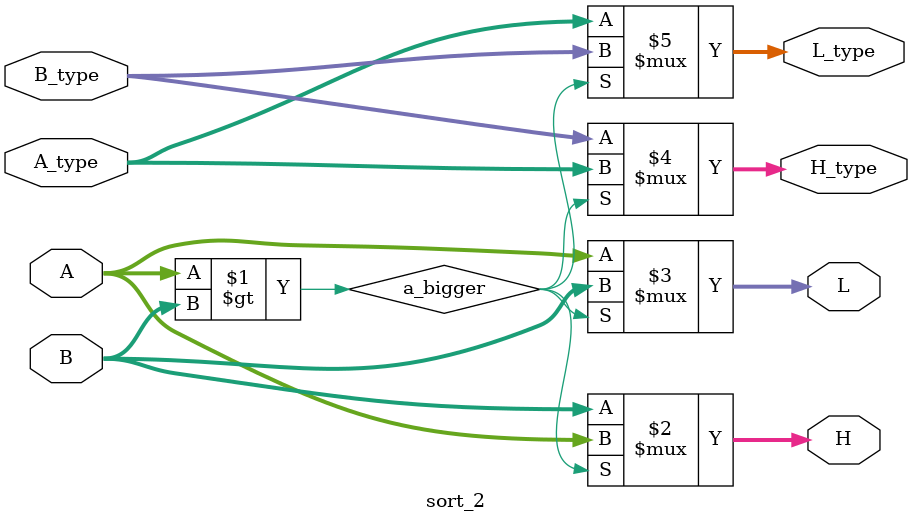
<source format=v>
 module sort_2 #(parameter W = 32)(
   input wire [W-1:0] A, B, A_type, B_type,
   output wire [W-1:0] H, L, H_type, L_type
 );

  assign a_bigger = A > B;
  assign H = a_bigger ? A : B;
  assign L = a_bigger ? B : A;
  assign H_type = a_bigger ? A_type : B_type;
  assign L_type = a_bigger ? B_type : A_type;

 // assign {H,L} = (A > B) ? {A,B} : {B,A}; not used due to synthesis problem
 // derived from concatenating real operands

 endmodule


</source>
